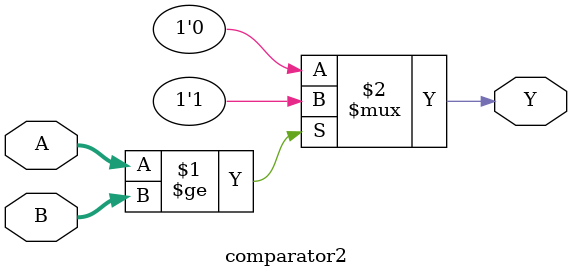
<source format=sv>
`timescale 1ns / 1ps


module comparator2(
    input [1:0] A,  // [MSB:LSB] A . A is a 2-bit value made of A[1] and A[0]
    input [1:0] B,  // [3:0] B for instance would give a 4-bit value. B[3],...,B[0]
    output Y
    );
    // Y is 1, if A >= B. Y is 0 otherwise
    assign Y = (A >= B)? 1'b1 : 1'b0;
    
endmodule

</source>
